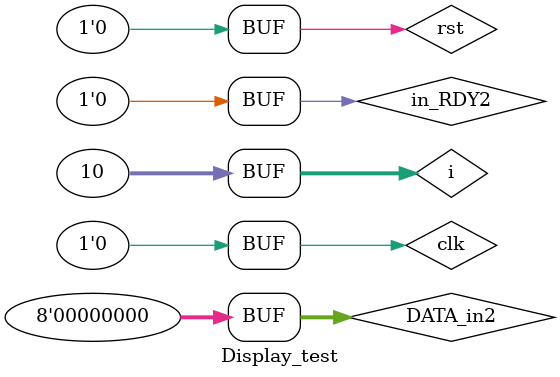
<source format=v>
module Display_test;

reg clk, rst;
reg in_RDY2;
wire out_RDY2, state_cmp2;
wire [7:0] DATA_out2;
reg [7:0] DATA_in2;
integer i;

Display dspt(.clk(clk), .rst(rst), .in_RDY2(in_RDY2), .DATA_in2(DATA_in2), .state_cmp2(state_cmp2), .out_RDY2(out_RDY2), .DATA_out2(DATA_out2));

initial 
	begin
	     clk = 0;
	     rst = 1; 
	#10  clk = 1;
	#10  clk = 0;
	#10  clk = 1;
	     rst = 0;
	     in_RDY2 = 1;	     
	#10  clk = 0;
	#10  clk = 1;
	     in_RDY2 = 0;
	     DATA_in2 = 8'b0000_0101;
	#10  clk = 0;
	#10  clk = 1;
	     DATA_in2 = 8'b0000_0000;
	#10  clk = 0;
	
	for(i=0;i<10;i=i+1) begin
		#10 clk = 1;
		#10 clk = 0;
		end

	#10  clk = 1;
	     in_RDY2 = 1;	     
	#10  clk = 0;
	#10  clk = 1;
	     in_RDY2 = 0;
	     DATA_in2 = 8'b0000_1010;
	#10  clk = 0;
	#10  clk = 1;
	     DATA_in2 = 8'b0000_0000;
	#10  clk = 0;
	
	for(i=0;i<10;i=i+1) begin
		#10 clk = 1;
		#10 clk = 0;
		end
	end
endmodule


</source>
